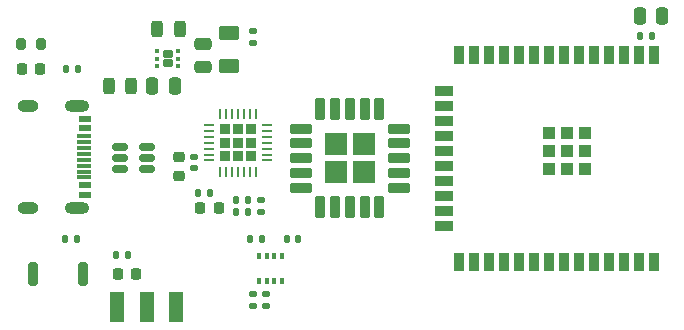
<source format=gbr>
%TF.GenerationSoftware,KiCad,Pcbnew,7.0.5-0*%
%TF.CreationDate,2024-04-29T00:28:01+02:00*%
%TF.ProjectId,esp32-eter,65737033-322d-4657-9465-722e6b696361,rev?*%
%TF.SameCoordinates,Original*%
%TF.FileFunction,Paste,Top*%
%TF.FilePolarity,Positive*%
%FSLAX46Y46*%
G04 Gerber Fmt 4.6, Leading zero omitted, Abs format (unit mm)*
G04 Created by KiCad (PCBNEW 7.0.5-0) date 2024-04-29 00:28:01*
%MOMM*%
%LPD*%
G01*
G04 APERTURE LIST*
G04 Aperture macros list*
%AMRoundRect*
0 Rectangle with rounded corners*
0 $1 Rounding radius*
0 $2 $3 $4 $5 $6 $7 $8 $9 X,Y pos of 4 corners*
0 Add a 4 corners polygon primitive as box body*
4,1,4,$2,$3,$4,$5,$6,$7,$8,$9,$2,$3,0*
0 Add four circle primitives for the rounded corners*
1,1,$1+$1,$2,$3*
1,1,$1+$1,$4,$5*
1,1,$1+$1,$6,$7*
1,1,$1+$1,$8,$9*
0 Add four rect primitives between the rounded corners*
20,1,$1+$1,$2,$3,$4,$5,0*
20,1,$1+$1,$4,$5,$6,$7,0*
20,1,$1+$1,$6,$7,$8,$9,0*
20,1,$1+$1,$8,$9,$2,$3,0*%
G04 Aperture macros list end*
%ADD10RoundRect,0.135000X0.135000X0.185000X-0.135000X0.185000X-0.135000X-0.185000X0.135000X-0.185000X0*%
%ADD11R,0.900000X1.500000*%
%ADD12R,1.500000X0.900000*%
%ADD13R,1.050000X1.050000*%
%ADD14RoundRect,0.140000X-0.140000X-0.170000X0.140000X-0.170000X0.140000X0.170000X-0.140000X0.170000X0*%
%ADD15RoundRect,0.200000X-0.200000X-0.275000X0.200000X-0.275000X0.200000X0.275000X-0.200000X0.275000X0*%
%ADD16RoundRect,0.135000X-0.185000X0.135000X-0.185000X-0.135000X0.185000X-0.135000X0.185000X0.135000X0*%
%ADD17RoundRect,0.172500X0.262500X0.172500X-0.262500X0.172500X-0.262500X-0.172500X0.262500X-0.172500X0*%
%ADD18RoundRect,0.093750X0.093750X0.106250X-0.093750X0.106250X-0.093750X-0.106250X0.093750X-0.106250X0*%
%ADD19R,1.000000X0.600000*%
%ADD20R,1.150000X0.300000*%
%ADD21O,2.100000X1.000000*%
%ADD22O,1.800000X1.000000*%
%ADD23RoundRect,0.250000X0.475000X-0.250000X0.475000X0.250000X-0.475000X0.250000X-0.475000X-0.250000X0*%
%ADD24RoundRect,0.243750X0.243750X0.456250X-0.243750X0.456250X-0.243750X-0.456250X0.243750X-0.456250X0*%
%ADD25R,1.250000X2.500000*%
%ADD26RoundRect,0.140000X-0.170000X0.140000X-0.170000X-0.140000X0.170000X-0.140000X0.170000X0.140000X0*%
%ADD27R,0.350000X0.500000*%
%ADD28RoundRect,0.250000X-0.625000X0.375000X-0.625000X-0.375000X0.625000X-0.375000X0.625000X0.375000X0*%
%ADD29RoundRect,0.135000X-0.135000X-0.185000X0.135000X-0.185000X0.135000X0.185000X-0.135000X0.185000X0*%
%ADD30RoundRect,0.140000X0.140000X0.170000X-0.140000X0.170000X-0.140000X-0.170000X0.140000X-0.170000X0*%
%ADD31RoundRect,0.225000X-0.250000X0.225000X-0.250000X-0.225000X0.250000X-0.225000X0.250000X0.225000X0*%
%ADD32RoundRect,0.250000X-0.250000X-0.475000X0.250000X-0.475000X0.250000X0.475000X-0.250000X0.475000X0*%
%ADD33RoundRect,0.243750X-0.243750X-0.456250X0.243750X-0.456250X0.243750X0.456250X-0.243750X0.456250X0*%
%ADD34RoundRect,0.225000X-0.225000X-0.225000X0.225000X-0.225000X0.225000X0.225000X-0.225000X0.225000X0*%
%ADD35RoundRect,0.062500X-0.337500X-0.062500X0.337500X-0.062500X0.337500X0.062500X-0.337500X0.062500X0*%
%ADD36RoundRect,0.062500X-0.062500X-0.337500X0.062500X-0.337500X0.062500X0.337500X-0.062500X0.337500X0*%
%ADD37RoundRect,0.225000X-0.225000X-0.250000X0.225000X-0.250000X0.225000X0.250000X-0.225000X0.250000X0*%
%ADD38RoundRect,0.200000X0.200000X0.800000X-0.200000X0.800000X-0.200000X-0.800000X0.200000X-0.800000X0*%
%ADD39RoundRect,0.135000X0.185000X-0.135000X0.185000X0.135000X-0.185000X0.135000X-0.185000X-0.135000X0*%
%ADD40RoundRect,0.250001X-0.714999X-0.714999X0.714999X-0.714999X0.714999X0.714999X-0.714999X0.714999X0*%
%ADD41RoundRect,0.212500X-0.737500X-0.212500X0.737500X-0.212500X0.737500X0.212500X-0.737500X0.212500X0*%
%ADD42RoundRect,0.212500X-0.212500X-0.737500X0.212500X-0.737500X0.212500X0.737500X-0.212500X0.737500X0*%
%ADD43RoundRect,0.150000X-0.512500X-0.150000X0.512500X-0.150000X0.512500X0.150000X-0.512500X0.150000X0*%
G04 APERTURE END LIST*
D10*
%TO.C,R3*%
X87560000Y-71660000D03*
X86540000Y-71660000D03*
%TD*%
D11*
%TO.C,U1*%
X121920000Y-58420000D03*
X120650000Y-58420000D03*
X119380000Y-58420000D03*
X118110000Y-58420000D03*
X116840000Y-58420000D03*
X115570000Y-58420000D03*
X114300000Y-58420000D03*
X113030000Y-58420000D03*
X111760000Y-58420000D03*
X110490000Y-58420000D03*
X109220000Y-58420000D03*
X107950000Y-58420000D03*
X106680000Y-58420000D03*
X105410000Y-58420000D03*
D12*
X104160000Y-61460000D03*
X104160000Y-62730000D03*
X104160000Y-64000000D03*
X104160000Y-65270000D03*
X104160000Y-66540000D03*
X104160000Y-67810000D03*
X104160000Y-69080000D03*
X104160000Y-70350000D03*
X104160000Y-71620000D03*
X104160000Y-72890000D03*
D11*
X105410000Y-75920000D03*
X106680000Y-75920000D03*
X107950000Y-75920000D03*
X109220000Y-75920000D03*
X110490000Y-75920000D03*
X111760000Y-75920000D03*
X113030000Y-75920000D03*
X114300000Y-75920000D03*
X115570000Y-75920000D03*
X116840000Y-75920000D03*
X118110000Y-75920000D03*
X119380000Y-75920000D03*
X120650000Y-75920000D03*
X121920000Y-75920000D03*
D13*
X116105000Y-64965000D03*
X114580000Y-64965000D03*
X113055000Y-64965000D03*
X116105000Y-66490000D03*
X114580000Y-66490000D03*
X113055000Y-66490000D03*
X116105000Y-68015000D03*
X114580000Y-68015000D03*
X113055000Y-68015000D03*
%TD*%
D10*
%TO.C,R8*%
X77420000Y-75300000D03*
X76400000Y-75300000D03*
%TD*%
D14*
%TO.C,C2*%
X120770000Y-56750000D03*
X121730000Y-56750000D03*
%TD*%
D15*
%TO.C,R10*%
X68345000Y-57430000D03*
X69995000Y-57430000D03*
%TD*%
D16*
%TO.C,R7*%
X89050000Y-78600000D03*
X89050000Y-79620000D03*
%TD*%
D17*
%TO.C,U4*%
X80762500Y-59090000D03*
X80762500Y-58290000D03*
D18*
X81650000Y-59340000D03*
X81650000Y-58690000D03*
X81650000Y-58040000D03*
X79875000Y-58040000D03*
X79875000Y-58690000D03*
X79875000Y-59340000D03*
%TD*%
D19*
%TO.C,J1*%
X73755000Y-63800000D03*
X73755000Y-64600000D03*
D20*
X73680000Y-65750000D03*
X73680000Y-66750000D03*
X73680000Y-67250000D03*
X73680000Y-68250000D03*
D19*
X73755000Y-69400000D03*
X73755000Y-70200000D03*
X73755000Y-70200000D03*
X73755000Y-69400000D03*
D20*
X73680000Y-68750000D03*
X73680000Y-67750000D03*
X73680000Y-66250000D03*
X73680000Y-65250000D03*
D19*
X73755000Y-64600000D03*
X73755000Y-63800000D03*
D21*
X73105000Y-62680000D03*
D22*
X68925000Y-62680000D03*
D21*
X73105000Y-71320000D03*
D22*
X68925000Y-71320000D03*
%TD*%
D16*
%TO.C,R9*%
X87962500Y-56350000D03*
X87962500Y-57370000D03*
%TD*%
D23*
%TO.C,C8*%
X83712500Y-59370000D03*
X83712500Y-57470000D03*
%TD*%
D24*
%TO.C,D1*%
X77662500Y-61020000D03*
X75787500Y-61020000D03*
%TD*%
D14*
%TO.C,C3*%
X83370000Y-70070000D03*
X84330000Y-70070000D03*
%TD*%
D25*
%TO.C,SW2*%
X76500000Y-79750000D03*
X79000000Y-79750000D03*
X81500000Y-79750000D03*
%TD*%
D26*
%TO.C,C6*%
X82960000Y-66980000D03*
X82960000Y-67940000D03*
%TD*%
D16*
%TO.C,R6*%
X87950000Y-78600000D03*
X87950000Y-79620000D03*
%TD*%
D27*
%TO.C,U5*%
X90450000Y-77485000D03*
X89800000Y-77485000D03*
X89150000Y-77485000D03*
X88500000Y-77485000D03*
X88500000Y-75435000D03*
X89150000Y-75435000D03*
X89800000Y-75435000D03*
X90450000Y-75435000D03*
%TD*%
D28*
%TO.C,D3*%
X85962500Y-56480000D03*
X85962500Y-59280000D03*
%TD*%
D29*
%TO.C,R4*%
X86530000Y-70660000D03*
X87550000Y-70660000D03*
%TD*%
D30*
%TO.C,C9*%
X88730000Y-74000000D03*
X87770000Y-74000000D03*
%TD*%
D31*
%TO.C,C5*%
X81710000Y-67060000D03*
X81710000Y-68610000D03*
%TD*%
D14*
%TO.C,C10*%
X90870000Y-73950000D03*
X91830000Y-73950000D03*
%TD*%
D32*
%TO.C,C7*%
X79462500Y-61000000D03*
X81362500Y-61000000D03*
%TD*%
D33*
%TO.C,D2*%
X79887500Y-56200000D03*
X81762500Y-56200000D03*
%TD*%
D34*
%TO.C,U3*%
X85590000Y-64690000D03*
X85590000Y-65810000D03*
X85590000Y-66930000D03*
X86710000Y-64690000D03*
X86710000Y-65810000D03*
X86710000Y-66930000D03*
X87830000Y-64690000D03*
X87830000Y-65810000D03*
X87830000Y-66930000D03*
D35*
X84260000Y-64310000D03*
X84260000Y-64810000D03*
X84260000Y-65310000D03*
X84260000Y-65810000D03*
X84260000Y-66310000D03*
X84260000Y-66810000D03*
X84260000Y-67310000D03*
D36*
X85210000Y-68260000D03*
X85710000Y-68260000D03*
X86210000Y-68260000D03*
X86710000Y-68260000D03*
X87210000Y-68260000D03*
X87710000Y-68260000D03*
X88210000Y-68260000D03*
D35*
X89160000Y-67310000D03*
X89160000Y-66810000D03*
X89160000Y-66310000D03*
X89160000Y-65810000D03*
X89160000Y-65310000D03*
X89160000Y-64810000D03*
X89160000Y-64310000D03*
D36*
X88210000Y-63360000D03*
X87710000Y-63360000D03*
X87210000Y-63360000D03*
X86710000Y-63360000D03*
X86210000Y-63360000D03*
X85710000Y-63360000D03*
X85210000Y-63360000D03*
%TD*%
D37*
%TO.C,C11*%
X76525000Y-76900000D03*
X78075000Y-76900000D03*
%TD*%
D32*
%TO.C,C1*%
X120750000Y-55100000D03*
X122650000Y-55100000D03*
%TD*%
D29*
%TO.C,R2*%
X72130000Y-59610000D03*
X73150000Y-59610000D03*
%TD*%
D37*
%TO.C,C4*%
X83525000Y-71370000D03*
X85075000Y-71370000D03*
%TD*%
D38*
%TO.C,SW1*%
X73570000Y-76920000D03*
X69370000Y-76920000D03*
%TD*%
D39*
%TO.C,R5*%
X88650000Y-71670000D03*
X88650000Y-70650000D03*
%TD*%
D40*
%TO.C,U6*%
X94980000Y-65920000D03*
X94980000Y-68320000D03*
X97380000Y-65920000D03*
X97380000Y-68320000D03*
D41*
X92030000Y-64620000D03*
X92030000Y-65870000D03*
X92030000Y-67120000D03*
X92030000Y-68370000D03*
X92030000Y-69620000D03*
D42*
X93680000Y-71270000D03*
X94930000Y-71270000D03*
X96180000Y-71270000D03*
X97430000Y-71270000D03*
X98680000Y-71270000D03*
D41*
X100330000Y-69620000D03*
X100330000Y-68370000D03*
X100330000Y-67120000D03*
X100330000Y-65870000D03*
X100330000Y-64620000D03*
D42*
X98680000Y-62970000D03*
X97430000Y-62970000D03*
X96180000Y-62970000D03*
X94930000Y-62970000D03*
X93680000Y-62970000D03*
%TD*%
D29*
%TO.C,R1*%
X72100000Y-73920000D03*
X73120000Y-73920000D03*
%TD*%
D43*
%TO.C,U2*%
X76762500Y-66130000D03*
X76762500Y-67080000D03*
X76762500Y-68030000D03*
X79037500Y-68030000D03*
X79037500Y-67080000D03*
X79037500Y-66130000D03*
%TD*%
D37*
%TO.C,C12*%
X68425000Y-59560000D03*
X69975000Y-59560000D03*
%TD*%
M02*

</source>
